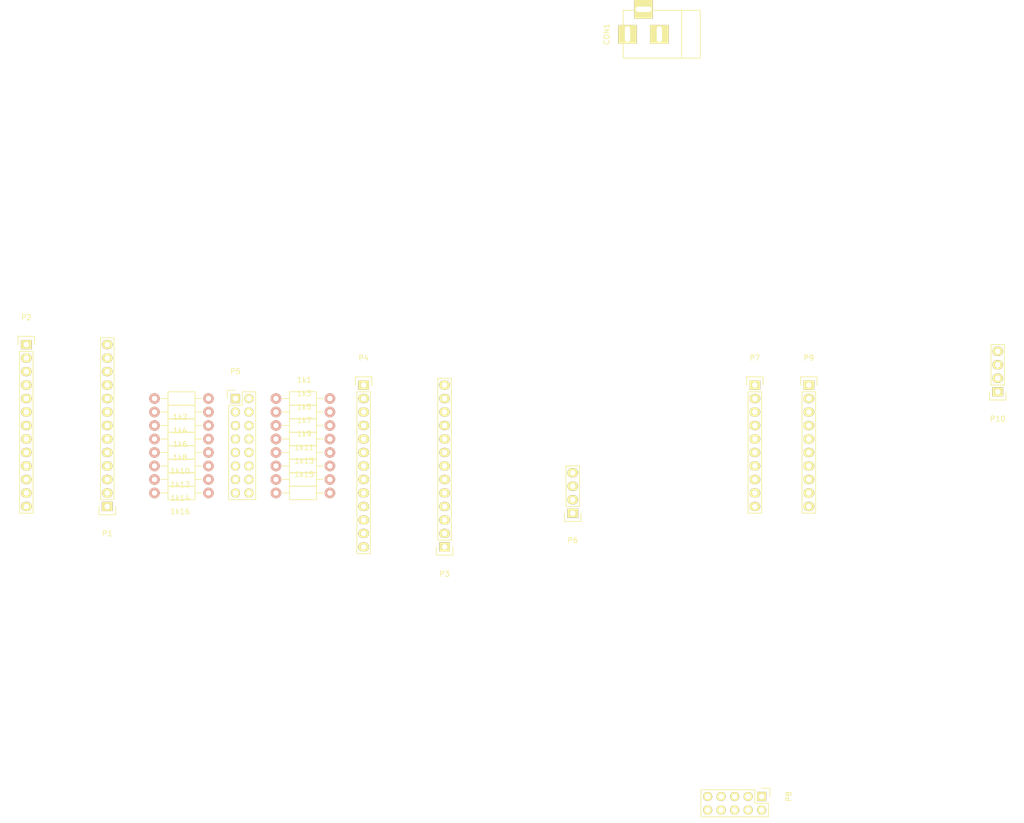
<source format=kicad_pcb>
(kicad_pcb (version 4) (host pcbnew 4.0.4-stable)

  (general
    (links 59)
    (no_connects 59)
    (area -67.263333 -0.29906 147.273334 182.705)
    (thickness 1.6)
    (drawings 0)
    (tracks 0)
    (zones 0)
    (modules 27)
    (nets 81)
  )

  (page A4)
  (layers
    (0 F.Cu signal)
    (31 B.Cu signal)
    (32 B.Adhes user)
    (33 F.Adhes user)
    (34 B.Paste user)
    (35 F.Paste user)
    (36 B.SilkS user)
    (37 F.SilkS user)
    (38 B.Mask user)
    (39 F.Mask user)
    (40 Dwgs.User user)
    (41 Cmts.User user)
    (42 Eco1.User user)
    (43 Eco2.User user)
    (44 Edge.Cuts user)
    (45 Margin user)
    (46 B.CrtYd user)
    (47 F.CrtYd user)
    (48 B.Fab user)
    (49 F.Fab user)
  )

  (setup
    (last_trace_width 0.25)
    (trace_clearance 0.2)
    (zone_clearance 0.508)
    (zone_45_only no)
    (trace_min 0.2)
    (segment_width 0.2)
    (edge_width 0.15)
    (via_size 0.6)
    (via_drill 0.4)
    (via_min_size 0.4)
    (via_min_drill 0.3)
    (uvia_size 0.3)
    (uvia_drill 0.1)
    (uvias_allowed no)
    (uvia_min_size 0.2)
    (uvia_min_drill 0.1)
    (pcb_text_width 0.3)
    (pcb_text_size 1.5 1.5)
    (mod_edge_width 0.15)
    (mod_text_size 1 1)
    (mod_text_width 0.15)
    (pad_size 1.524 1.524)
    (pad_drill 0.762)
    (pad_to_mask_clearance 0.2)
    (aux_axis_origin 0 0)
    (visible_elements FFFFFF7F)
    (pcbplotparams
      (layerselection 0x00030_80000001)
      (usegerberextensions false)
      (excludeedgelayer true)
      (linewidth 0.100000)
      (plotframeref false)
      (viasonmask false)
      (mode 1)
      (useauxorigin false)
      (hpglpennumber 1)
      (hpglpenspeed 20)
      (hpglpendiameter 15)
      (hpglpenoverlay 2)
      (psnegative false)
      (psa4output false)
      (plotreference true)
      (plotvalue true)
      (plotinvisibletext false)
      (padsonsilk false)
      (subtractmaskfromsilk false)
      (outputformat 1)
      (mirror false)
      (drillshape 1)
      (scaleselection 1)
      (outputdirectory ""))
  )

  (net 0 "")
  (net 1 "Net-(1k1-Pad1)")
  (net 2 C16)
  (net 3 "Net-(1k2-Pad1)")
  (net 4 C1)
  (net 5 "Net-(1k3-Pad1)")
  (net 6 C15)
  (net 7 "Net-(1k4-Pad1)")
  (net 8 C2)
  (net 9 "Net-(1k5-Pad1)")
  (net 10 C14)
  (net 11 "Net-(1k6-Pad1)")
  (net 12 C3)
  (net 13 "Net-(1k7-Pad1)")
  (net 14 C13)
  (net 15 "Net-(1k8-Pad1)")
  (net 16 C4)
  (net 17 "Net-(1k9-Pad1)")
  (net 18 C12)
  (net 19 "Net-(1k10-Pad1)")
  (net 20 C5)
  (net 21 "Net-(1k11-Pad1)")
  (net 22 C11)
  (net 23 "Net-(1k12-Pad1)")
  (net 24 C6)
  (net 25 "Net-(1k13-Pad1)")
  (net 26 C10)
  (net 27 "Net-(1k14-Pad1)")
  (net 28 C7)
  (net 29 "Net-(1k15-Pad1)")
  (net 30 C9)
  (net 31 "Net-(1k16-Pad1)")
  (net 32 C8)
  (net 33 VIN)
  (net 34 GND)
  (net 35 "Net-(CON1-Pad3)")
  (net 36 V33)
  (net 37 "Net-(P1-Pad11)")
  (net 38 "Net-(P1-Pad12)")
  (net 39 "Net-(P1-Pad13)")
  (net 40 SDA)
  (net 41 "Net-(P2-Pad5)")
  (net 42 "Net-(P2-Pad6)")
  (net 43 "Net-(P2-Pad7)")
  (net 44 "Net-(P2-Pad8)")
  (net 45 "Net-(P2-Pad9)")
  (net 46 "Net-(P2-Pad10)")
  (net 47 "Net-(P2-Pad11)")
  (net 48 "Net-(P2-Pad12)")
  (net 49 "Net-(P2-Pad13)")
  (net 50 "Net-(P3-Pad5)")
  (net 51 "Net-(P3-Pad6)")
  (net 52 "Net-(P3-Pad7)")
  (net 53 "Net-(P3-Pad8)")
  (net 54 "Net-(P3-Pad9)")
  (net 55 "Net-(P3-Pad10)")
  (net 56 "Net-(P3-Pad11)")
  (net 57 "Net-(P3-Pad12)")
  (net 58 "Net-(P3-Pad13)")
  (net 59 "Net-(P4-Pad11)")
  (net 60 "Net-(P4-Pad12)")
  (net 61 "Net-(P4-Pad13)")
  (net 62 "Net-(P4-Pad1)")
  (net 63 "Net-(P4-Pad10)")
  (net 64 TX)
  (net 65 RX)
  (net 66 "Net-(P7-Pad1)")
  (net 67 "Net-(P7-Pad2)")
  (net 68 "Net-(P7-Pad3)")
  (net 69 TimeData)
  (net 70 TimeSCK)
  (net 71 "Net-(P7-Pad6)")
  (net 72 SCK)
  (net 73 Reset)
  (net 74 RouteData)
  (net 75 RouteSCK)
  (net 76 "Net-(P9-Pad3)")
  (net 77 StopsData)
  (net 78 StopsSCK)
  (net 79 "Net-(P9-Pad8)")
  (net 80 "Net-(P9-Pad9)")

  (net_class Default "This is the default net class."
    (clearance 0.2)
    (trace_width 0.25)
    (via_dia 0.6)
    (via_drill 0.4)
    (uvia_dia 0.3)
    (uvia_drill 0.1)
    (add_net C1)
    (add_net C10)
    (add_net C11)
    (add_net C12)
    (add_net C13)
    (add_net C14)
    (add_net C15)
    (add_net C16)
    (add_net C2)
    (add_net C3)
    (add_net C4)
    (add_net C5)
    (add_net C6)
    (add_net C7)
    (add_net C8)
    (add_net C9)
    (add_net GND)
    (add_net "Net-(1k1-Pad1)")
    (add_net "Net-(1k10-Pad1)")
    (add_net "Net-(1k11-Pad1)")
    (add_net "Net-(1k12-Pad1)")
    (add_net "Net-(1k13-Pad1)")
    (add_net "Net-(1k14-Pad1)")
    (add_net "Net-(1k15-Pad1)")
    (add_net "Net-(1k16-Pad1)")
    (add_net "Net-(1k2-Pad1)")
    (add_net "Net-(1k3-Pad1)")
    (add_net "Net-(1k4-Pad1)")
    (add_net "Net-(1k5-Pad1)")
    (add_net "Net-(1k6-Pad1)")
    (add_net "Net-(1k7-Pad1)")
    (add_net "Net-(1k8-Pad1)")
    (add_net "Net-(1k9-Pad1)")
    (add_net "Net-(CON1-Pad3)")
    (add_net "Net-(P1-Pad11)")
    (add_net "Net-(P1-Pad12)")
    (add_net "Net-(P1-Pad13)")
    (add_net "Net-(P2-Pad10)")
    (add_net "Net-(P2-Pad11)")
    (add_net "Net-(P2-Pad12)")
    (add_net "Net-(P2-Pad13)")
    (add_net "Net-(P2-Pad5)")
    (add_net "Net-(P2-Pad6)")
    (add_net "Net-(P2-Pad7)")
    (add_net "Net-(P2-Pad8)")
    (add_net "Net-(P2-Pad9)")
    (add_net "Net-(P3-Pad10)")
    (add_net "Net-(P3-Pad11)")
    (add_net "Net-(P3-Pad12)")
    (add_net "Net-(P3-Pad13)")
    (add_net "Net-(P3-Pad5)")
    (add_net "Net-(P3-Pad6)")
    (add_net "Net-(P3-Pad7)")
    (add_net "Net-(P3-Pad8)")
    (add_net "Net-(P3-Pad9)")
    (add_net "Net-(P4-Pad1)")
    (add_net "Net-(P4-Pad10)")
    (add_net "Net-(P4-Pad11)")
    (add_net "Net-(P4-Pad12)")
    (add_net "Net-(P4-Pad13)")
    (add_net "Net-(P7-Pad1)")
    (add_net "Net-(P7-Pad2)")
    (add_net "Net-(P7-Pad3)")
    (add_net "Net-(P7-Pad6)")
    (add_net "Net-(P9-Pad3)")
    (add_net "Net-(P9-Pad8)")
    (add_net "Net-(P9-Pad9)")
    (add_net RX)
    (add_net Reset)
    (add_net RouteData)
    (add_net RouteSCK)
    (add_net SCK)
    (add_net SDA)
    (add_net StopsData)
    (add_net StopsSCK)
    (add_net TX)
    (add_net TimeData)
    (add_net TimeSCK)
    (add_net V33)
    (add_net VIN)
  )

  (module Connect:BARREL_JACK (layer F.Cu) (tedit 0) (tstamp 58092068)
    (at -45.72 6.35 180)
    (descr "DC Barrel Jack")
    (tags "Power Jack")
    (path /580951F3)
    (fp_text reference CON1 (at 10.09904 0 270) (layer F.SilkS)
      (effects (font (size 1 1) (thickness 0.15)))
    )
    (fp_text value BARREL_JACK (at 0 -5.99948 180) (layer F.Fab)
      (effects (font (size 1 1) (thickness 0.15)))
    )
    (fp_line (start -4.0005 -4.50088) (end -4.0005 4.50088) (layer F.SilkS) (width 0.15))
    (fp_line (start -7.50062 -4.50088) (end -7.50062 4.50088) (layer F.SilkS) (width 0.15))
    (fp_line (start -7.50062 4.50088) (end 7.00024 4.50088) (layer F.SilkS) (width 0.15))
    (fp_line (start 7.00024 4.50088) (end 7.00024 -4.50088) (layer F.SilkS) (width 0.15))
    (fp_line (start 7.00024 -4.50088) (end -7.50062 -4.50088) (layer F.SilkS) (width 0.15))
    (pad 1 thru_hole rect (at 6.20014 0 180) (size 3.50012 3.50012) (drill oval 1.00076 2.99974) (layers *.Cu *.Mask F.SilkS)
      (net 33 VIN))
    (pad 2 thru_hole rect (at 0.20066 0 180) (size 3.50012 3.50012) (drill oval 1.00076 2.99974) (layers *.Cu *.Mask F.SilkS)
      (net 34 GND))
    (pad 3 thru_hole rect (at 3.2004 4.699 180) (size 3.50012 3.50012) (drill oval 2.99974 1.00076) (layers *.Cu *.Mask F.SilkS)
      (net 35 "Net-(CON1-Pad3)"))
  )

  (module Resistors_ThroughHole:Resistor_Horizontal_RM10mm (layer F.Cu) (tedit 56648415) (tstamp 58091F95)
    (at -118.11 74.93)
    (descr "Resistor, Axial,  RM 10mm, 1/3W")
    (tags "Resistor Axial RM 10mm 1/3W")
    (path /58092D40)
    (fp_text reference 1k1 (at 5.32892 -3.50012) (layer F.SilkS)
      (effects (font (size 1 1) (thickness 0.15)))
    )
    (fp_text value R (at 5.08 3.81) (layer F.Fab)
      (effects (font (size 1 1) (thickness 0.15)))
    )
    (fp_line (start -1.25 -1.5) (end 11.4 -1.5) (layer F.CrtYd) (width 0.05))
    (fp_line (start -1.25 1.5) (end -1.25 -1.5) (layer F.CrtYd) (width 0.05))
    (fp_line (start 11.4 -1.5) (end 11.4 1.5) (layer F.CrtYd) (width 0.05))
    (fp_line (start -1.25 1.5) (end 11.4 1.5) (layer F.CrtYd) (width 0.05))
    (fp_line (start 2.54 -1.27) (end 7.62 -1.27) (layer F.SilkS) (width 0.15))
    (fp_line (start 7.62 -1.27) (end 7.62 1.27) (layer F.SilkS) (width 0.15))
    (fp_line (start 7.62 1.27) (end 2.54 1.27) (layer F.SilkS) (width 0.15))
    (fp_line (start 2.54 1.27) (end 2.54 -1.27) (layer F.SilkS) (width 0.15))
    (fp_line (start 2.54 0) (end 1.27 0) (layer F.SilkS) (width 0.15))
    (fp_line (start 7.62 0) (end 8.89 0) (layer F.SilkS) (width 0.15))
    (pad 1 thru_hole circle (at 0 0) (size 1.99898 1.99898) (drill 1.00076) (layers *.Cu *.SilkS *.Mask)
      (net 1 "Net-(1k1-Pad1)"))
    (pad 2 thru_hole circle (at 10.16 0) (size 1.99898 1.99898) (drill 1.00076) (layers *.Cu *.SilkS *.Mask)
      (net 2 C16))
    (model Resistors_ThroughHole.3dshapes/Resistor_Horizontal_RM10mm.wrl
      (at (xyz 0.2 0 0))
      (scale (xyz 0.4 0.4 0.4))
      (rotate (xyz 0 0 0))
    )
  )

  (module Resistors_ThroughHole:Resistor_Horizontal_RM10mm (layer F.Cu) (tedit 56648415) (tstamp 58091F9B)
    (at -130.81 74.93 180)
    (descr "Resistor, Axial,  RM 10mm, 1/3W")
    (tags "Resistor Axial RM 10mm 1/3W")
    (path /58090E9A)
    (fp_text reference 1k2 (at 5.32892 -3.50012 180) (layer F.SilkS)
      (effects (font (size 1 1) (thickness 0.15)))
    )
    (fp_text value R (at 5.08 3.81 180) (layer F.Fab)
      (effects (font (size 1 1) (thickness 0.15)))
    )
    (fp_line (start -1.25 -1.5) (end 11.4 -1.5) (layer F.CrtYd) (width 0.05))
    (fp_line (start -1.25 1.5) (end -1.25 -1.5) (layer F.CrtYd) (width 0.05))
    (fp_line (start 11.4 -1.5) (end 11.4 1.5) (layer F.CrtYd) (width 0.05))
    (fp_line (start -1.25 1.5) (end 11.4 1.5) (layer F.CrtYd) (width 0.05))
    (fp_line (start 2.54 -1.27) (end 7.62 -1.27) (layer F.SilkS) (width 0.15))
    (fp_line (start 7.62 -1.27) (end 7.62 1.27) (layer F.SilkS) (width 0.15))
    (fp_line (start 7.62 1.27) (end 2.54 1.27) (layer F.SilkS) (width 0.15))
    (fp_line (start 2.54 1.27) (end 2.54 -1.27) (layer F.SilkS) (width 0.15))
    (fp_line (start 2.54 0) (end 1.27 0) (layer F.SilkS) (width 0.15))
    (fp_line (start 7.62 0) (end 8.89 0) (layer F.SilkS) (width 0.15))
    (pad 1 thru_hole circle (at 0 0 180) (size 1.99898 1.99898) (drill 1.00076) (layers *.Cu *.SilkS *.Mask)
      (net 3 "Net-(1k2-Pad1)"))
    (pad 2 thru_hole circle (at 10.16 0 180) (size 1.99898 1.99898) (drill 1.00076) (layers *.Cu *.SilkS *.Mask)
      (net 4 C1))
    (model Resistors_ThroughHole.3dshapes/Resistor_Horizontal_RM10mm.wrl
      (at (xyz 0.2 0 0))
      (scale (xyz 0.4 0.4 0.4))
      (rotate (xyz 0 0 0))
    )
  )

  (module Resistors_ThroughHole:Resistor_Horizontal_RM10mm (layer F.Cu) (tedit 56648415) (tstamp 58091FA1)
    (at -118.11 77.47)
    (descr "Resistor, Axial,  RM 10mm, 1/3W")
    (tags "Resistor Axial RM 10mm 1/3W")
    (path /58092D3A)
    (fp_text reference 1k3 (at 5.32892 -3.50012) (layer F.SilkS)
      (effects (font (size 1 1) (thickness 0.15)))
    )
    (fp_text value R (at 5.08 3.81) (layer F.Fab)
      (effects (font (size 1 1) (thickness 0.15)))
    )
    (fp_line (start -1.25 -1.5) (end 11.4 -1.5) (layer F.CrtYd) (width 0.05))
    (fp_line (start -1.25 1.5) (end -1.25 -1.5) (layer F.CrtYd) (width 0.05))
    (fp_line (start 11.4 -1.5) (end 11.4 1.5) (layer F.CrtYd) (width 0.05))
    (fp_line (start -1.25 1.5) (end 11.4 1.5) (layer F.CrtYd) (width 0.05))
    (fp_line (start 2.54 -1.27) (end 7.62 -1.27) (layer F.SilkS) (width 0.15))
    (fp_line (start 7.62 -1.27) (end 7.62 1.27) (layer F.SilkS) (width 0.15))
    (fp_line (start 7.62 1.27) (end 2.54 1.27) (layer F.SilkS) (width 0.15))
    (fp_line (start 2.54 1.27) (end 2.54 -1.27) (layer F.SilkS) (width 0.15))
    (fp_line (start 2.54 0) (end 1.27 0) (layer F.SilkS) (width 0.15))
    (fp_line (start 7.62 0) (end 8.89 0) (layer F.SilkS) (width 0.15))
    (pad 1 thru_hole circle (at 0 0) (size 1.99898 1.99898) (drill 1.00076) (layers *.Cu *.SilkS *.Mask)
      (net 5 "Net-(1k3-Pad1)"))
    (pad 2 thru_hole circle (at 10.16 0) (size 1.99898 1.99898) (drill 1.00076) (layers *.Cu *.SilkS *.Mask)
      (net 6 C15))
    (model Resistors_ThroughHole.3dshapes/Resistor_Horizontal_RM10mm.wrl
      (at (xyz 0.2 0 0))
      (scale (xyz 0.4 0.4 0.4))
      (rotate (xyz 0 0 0))
    )
  )

  (module Resistors_ThroughHole:Resistor_Horizontal_RM10mm (layer F.Cu) (tedit 56648415) (tstamp 58091FA7)
    (at -130.81 77.47 180)
    (descr "Resistor, Axial,  RM 10mm, 1/3W")
    (tags "Resistor Axial RM 10mm 1/3W")
    (path /58092496)
    (fp_text reference 1k4 (at 5.32892 -3.50012 180) (layer F.SilkS)
      (effects (font (size 1 1) (thickness 0.15)))
    )
    (fp_text value R (at 5.08 3.81 180) (layer F.Fab)
      (effects (font (size 1 1) (thickness 0.15)))
    )
    (fp_line (start -1.25 -1.5) (end 11.4 -1.5) (layer F.CrtYd) (width 0.05))
    (fp_line (start -1.25 1.5) (end -1.25 -1.5) (layer F.CrtYd) (width 0.05))
    (fp_line (start 11.4 -1.5) (end 11.4 1.5) (layer F.CrtYd) (width 0.05))
    (fp_line (start -1.25 1.5) (end 11.4 1.5) (layer F.CrtYd) (width 0.05))
    (fp_line (start 2.54 -1.27) (end 7.62 -1.27) (layer F.SilkS) (width 0.15))
    (fp_line (start 7.62 -1.27) (end 7.62 1.27) (layer F.SilkS) (width 0.15))
    (fp_line (start 7.62 1.27) (end 2.54 1.27) (layer F.SilkS) (width 0.15))
    (fp_line (start 2.54 1.27) (end 2.54 -1.27) (layer F.SilkS) (width 0.15))
    (fp_line (start 2.54 0) (end 1.27 0) (layer F.SilkS) (width 0.15))
    (fp_line (start 7.62 0) (end 8.89 0) (layer F.SilkS) (width 0.15))
    (pad 1 thru_hole circle (at 0 0 180) (size 1.99898 1.99898) (drill 1.00076) (layers *.Cu *.SilkS *.Mask)
      (net 7 "Net-(1k4-Pad1)"))
    (pad 2 thru_hole circle (at 10.16 0 180) (size 1.99898 1.99898) (drill 1.00076) (layers *.Cu *.SilkS *.Mask)
      (net 8 C2))
    (model Resistors_ThroughHole.3dshapes/Resistor_Horizontal_RM10mm.wrl
      (at (xyz 0.2 0 0))
      (scale (xyz 0.4 0.4 0.4))
      (rotate (xyz 0 0 0))
    )
  )

  (module Resistors_ThroughHole:Resistor_Horizontal_RM10mm (layer F.Cu) (tedit 56648415) (tstamp 58091FAD)
    (at -118.11 80.01)
    (descr "Resistor, Axial,  RM 10mm, 1/3W")
    (tags "Resistor Axial RM 10mm 1/3W")
    (path /58092D34)
    (fp_text reference 1k5 (at 5.32892 -3.50012) (layer F.SilkS)
      (effects (font (size 1 1) (thickness 0.15)))
    )
    (fp_text value R (at 5.08 3.81) (layer F.Fab)
      (effects (font (size 1 1) (thickness 0.15)))
    )
    (fp_line (start -1.25 -1.5) (end 11.4 -1.5) (layer F.CrtYd) (width 0.05))
    (fp_line (start -1.25 1.5) (end -1.25 -1.5) (layer F.CrtYd) (width 0.05))
    (fp_line (start 11.4 -1.5) (end 11.4 1.5) (layer F.CrtYd) (width 0.05))
    (fp_line (start -1.25 1.5) (end 11.4 1.5) (layer F.CrtYd) (width 0.05))
    (fp_line (start 2.54 -1.27) (end 7.62 -1.27) (layer F.SilkS) (width 0.15))
    (fp_line (start 7.62 -1.27) (end 7.62 1.27) (layer F.SilkS) (width 0.15))
    (fp_line (start 7.62 1.27) (end 2.54 1.27) (layer F.SilkS) (width 0.15))
    (fp_line (start 2.54 1.27) (end 2.54 -1.27) (layer F.SilkS) (width 0.15))
    (fp_line (start 2.54 0) (end 1.27 0) (layer F.SilkS) (width 0.15))
    (fp_line (start 7.62 0) (end 8.89 0) (layer F.SilkS) (width 0.15))
    (pad 1 thru_hole circle (at 0 0) (size 1.99898 1.99898) (drill 1.00076) (layers *.Cu *.SilkS *.Mask)
      (net 9 "Net-(1k5-Pad1)"))
    (pad 2 thru_hole circle (at 10.16 0) (size 1.99898 1.99898) (drill 1.00076) (layers *.Cu *.SilkS *.Mask)
      (net 10 C14))
    (model Resistors_ThroughHole.3dshapes/Resistor_Horizontal_RM10mm.wrl
      (at (xyz 0.2 0 0))
      (scale (xyz 0.4 0.4 0.4))
      (rotate (xyz 0 0 0))
    )
  )

  (module Resistors_ThroughHole:Resistor_Horizontal_RM10mm (layer F.Cu) (tedit 56648415) (tstamp 58091FB3)
    (at -130.81 80.01 180)
    (descr "Resistor, Axial,  RM 10mm, 1/3W")
    (tags "Resistor Axial RM 10mm 1/3W")
    (path /580924CE)
    (fp_text reference 1k6 (at 5.32892 -3.50012 180) (layer F.SilkS)
      (effects (font (size 1 1) (thickness 0.15)))
    )
    (fp_text value R (at 5.08 3.81 180) (layer F.Fab)
      (effects (font (size 1 1) (thickness 0.15)))
    )
    (fp_line (start -1.25 -1.5) (end 11.4 -1.5) (layer F.CrtYd) (width 0.05))
    (fp_line (start -1.25 1.5) (end -1.25 -1.5) (layer F.CrtYd) (width 0.05))
    (fp_line (start 11.4 -1.5) (end 11.4 1.5) (layer F.CrtYd) (width 0.05))
    (fp_line (start -1.25 1.5) (end 11.4 1.5) (layer F.CrtYd) (width 0.05))
    (fp_line (start 2.54 -1.27) (end 7.62 -1.27) (layer F.SilkS) (width 0.15))
    (fp_line (start 7.62 -1.27) (end 7.62 1.27) (layer F.SilkS) (width 0.15))
    (fp_line (start 7.62 1.27) (end 2.54 1.27) (layer F.SilkS) (width 0.15))
    (fp_line (start 2.54 1.27) (end 2.54 -1.27) (layer F.SilkS) (width 0.15))
    (fp_line (start 2.54 0) (end 1.27 0) (layer F.SilkS) (width 0.15))
    (fp_line (start 7.62 0) (end 8.89 0) (layer F.SilkS) (width 0.15))
    (pad 1 thru_hole circle (at 0 0 180) (size 1.99898 1.99898) (drill 1.00076) (layers *.Cu *.SilkS *.Mask)
      (net 11 "Net-(1k6-Pad1)"))
    (pad 2 thru_hole circle (at 10.16 0 180) (size 1.99898 1.99898) (drill 1.00076) (layers *.Cu *.SilkS *.Mask)
      (net 12 C3))
    (model Resistors_ThroughHole.3dshapes/Resistor_Horizontal_RM10mm.wrl
      (at (xyz 0.2 0 0))
      (scale (xyz 0.4 0.4 0.4))
      (rotate (xyz 0 0 0))
    )
  )

  (module Resistors_ThroughHole:Resistor_Horizontal_RM10mm (layer F.Cu) (tedit 56648415) (tstamp 58091FB9)
    (at -118.11 82.55)
    (descr "Resistor, Axial,  RM 10mm, 1/3W")
    (tags "Resistor Axial RM 10mm 1/3W")
    (path /58092D2E)
    (fp_text reference 1k7 (at 5.32892 -3.50012) (layer F.SilkS)
      (effects (font (size 1 1) (thickness 0.15)))
    )
    (fp_text value R (at 5.08 3.81) (layer F.Fab)
      (effects (font (size 1 1) (thickness 0.15)))
    )
    (fp_line (start -1.25 -1.5) (end 11.4 -1.5) (layer F.CrtYd) (width 0.05))
    (fp_line (start -1.25 1.5) (end -1.25 -1.5) (layer F.CrtYd) (width 0.05))
    (fp_line (start 11.4 -1.5) (end 11.4 1.5) (layer F.CrtYd) (width 0.05))
    (fp_line (start -1.25 1.5) (end 11.4 1.5) (layer F.CrtYd) (width 0.05))
    (fp_line (start 2.54 -1.27) (end 7.62 -1.27) (layer F.SilkS) (width 0.15))
    (fp_line (start 7.62 -1.27) (end 7.62 1.27) (layer F.SilkS) (width 0.15))
    (fp_line (start 7.62 1.27) (end 2.54 1.27) (layer F.SilkS) (width 0.15))
    (fp_line (start 2.54 1.27) (end 2.54 -1.27) (layer F.SilkS) (width 0.15))
    (fp_line (start 2.54 0) (end 1.27 0) (layer F.SilkS) (width 0.15))
    (fp_line (start 7.62 0) (end 8.89 0) (layer F.SilkS) (width 0.15))
    (pad 1 thru_hole circle (at 0 0) (size 1.99898 1.99898) (drill 1.00076) (layers *.Cu *.SilkS *.Mask)
      (net 13 "Net-(1k7-Pad1)"))
    (pad 2 thru_hole circle (at 10.16 0) (size 1.99898 1.99898) (drill 1.00076) (layers *.Cu *.SilkS *.Mask)
      (net 14 C13))
    (model Resistors_ThroughHole.3dshapes/Resistor_Horizontal_RM10mm.wrl
      (at (xyz 0.2 0 0))
      (scale (xyz 0.4 0.4 0.4))
      (rotate (xyz 0 0 0))
    )
  )

  (module Resistors_ThroughHole:Resistor_Horizontal_RM10mm (layer F.Cu) (tedit 56648415) (tstamp 58091FBF)
    (at -130.81 82.55 180)
    (descr "Resistor, Axial,  RM 10mm, 1/3W")
    (tags "Resistor Axial RM 10mm 1/3W")
    (path /58092503)
    (fp_text reference 1k8 (at 5.32892 -3.50012 180) (layer F.SilkS)
      (effects (font (size 1 1) (thickness 0.15)))
    )
    (fp_text value R (at 5.08 3.81 180) (layer F.Fab)
      (effects (font (size 1 1) (thickness 0.15)))
    )
    (fp_line (start -1.25 -1.5) (end 11.4 -1.5) (layer F.CrtYd) (width 0.05))
    (fp_line (start -1.25 1.5) (end -1.25 -1.5) (layer F.CrtYd) (width 0.05))
    (fp_line (start 11.4 -1.5) (end 11.4 1.5) (layer F.CrtYd) (width 0.05))
    (fp_line (start -1.25 1.5) (end 11.4 1.5) (layer F.CrtYd) (width 0.05))
    (fp_line (start 2.54 -1.27) (end 7.62 -1.27) (layer F.SilkS) (width 0.15))
    (fp_line (start 7.62 -1.27) (end 7.62 1.27) (layer F.SilkS) (width 0.15))
    (fp_line (start 7.62 1.27) (end 2.54 1.27) (layer F.SilkS) (width 0.15))
    (fp_line (start 2.54 1.27) (end 2.54 -1.27) (layer F.SilkS) (width 0.15))
    (fp_line (start 2.54 0) (end 1.27 0) (layer F.SilkS) (width 0.15))
    (fp_line (start 7.62 0) (end 8.89 0) (layer F.SilkS) (width 0.15))
    (pad 1 thru_hole circle (at 0 0 180) (size 1.99898 1.99898) (drill 1.00076) (layers *.Cu *.SilkS *.Mask)
      (net 15 "Net-(1k8-Pad1)"))
    (pad 2 thru_hole circle (at 10.16 0 180) (size 1.99898 1.99898) (drill 1.00076) (layers *.Cu *.SilkS *.Mask)
      (net 16 C4))
    (model Resistors_ThroughHole.3dshapes/Resistor_Horizontal_RM10mm.wrl
      (at (xyz 0.2 0 0))
      (scale (xyz 0.4 0.4 0.4))
      (rotate (xyz 0 0 0))
    )
  )

  (module Resistors_ThroughHole:Resistor_Horizontal_RM10mm (layer F.Cu) (tedit 56648415) (tstamp 58091FC5)
    (at -118.11 85.09)
    (descr "Resistor, Axial,  RM 10mm, 1/3W")
    (tags "Resistor Axial RM 10mm 1/3W")
    (path /58092D28)
    (fp_text reference 1k9 (at 5.32892 -3.50012) (layer F.SilkS)
      (effects (font (size 1 1) (thickness 0.15)))
    )
    (fp_text value R (at 5.08 3.81) (layer F.Fab)
      (effects (font (size 1 1) (thickness 0.15)))
    )
    (fp_line (start -1.25 -1.5) (end 11.4 -1.5) (layer F.CrtYd) (width 0.05))
    (fp_line (start -1.25 1.5) (end -1.25 -1.5) (layer F.CrtYd) (width 0.05))
    (fp_line (start 11.4 -1.5) (end 11.4 1.5) (layer F.CrtYd) (width 0.05))
    (fp_line (start -1.25 1.5) (end 11.4 1.5) (layer F.CrtYd) (width 0.05))
    (fp_line (start 2.54 -1.27) (end 7.62 -1.27) (layer F.SilkS) (width 0.15))
    (fp_line (start 7.62 -1.27) (end 7.62 1.27) (layer F.SilkS) (width 0.15))
    (fp_line (start 7.62 1.27) (end 2.54 1.27) (layer F.SilkS) (width 0.15))
    (fp_line (start 2.54 1.27) (end 2.54 -1.27) (layer F.SilkS) (width 0.15))
    (fp_line (start 2.54 0) (end 1.27 0) (layer F.SilkS) (width 0.15))
    (fp_line (start 7.62 0) (end 8.89 0) (layer F.SilkS) (width 0.15))
    (pad 1 thru_hole circle (at 0 0) (size 1.99898 1.99898) (drill 1.00076) (layers *.Cu *.SilkS *.Mask)
      (net 17 "Net-(1k9-Pad1)"))
    (pad 2 thru_hole circle (at 10.16 0) (size 1.99898 1.99898) (drill 1.00076) (layers *.Cu *.SilkS *.Mask)
      (net 18 C12))
    (model Resistors_ThroughHole.3dshapes/Resistor_Horizontal_RM10mm.wrl
      (at (xyz 0.2 0 0))
      (scale (xyz 0.4 0.4 0.4))
      (rotate (xyz 0 0 0))
    )
  )

  (module Resistors_ThroughHole:Resistor_Horizontal_RM10mm (layer F.Cu) (tedit 56648415) (tstamp 58091FCB)
    (at -130.81 85.09 180)
    (descr "Resistor, Axial,  RM 10mm, 1/3W")
    (tags "Resistor Axial RM 10mm 1/3W")
    (path /5809253B)
    (fp_text reference 1k10 (at 5.32892 -3.50012 180) (layer F.SilkS)
      (effects (font (size 1 1) (thickness 0.15)))
    )
    (fp_text value R (at 5.08 3.81 180) (layer F.Fab)
      (effects (font (size 1 1) (thickness 0.15)))
    )
    (fp_line (start -1.25 -1.5) (end 11.4 -1.5) (layer F.CrtYd) (width 0.05))
    (fp_line (start -1.25 1.5) (end -1.25 -1.5) (layer F.CrtYd) (width 0.05))
    (fp_line (start 11.4 -1.5) (end 11.4 1.5) (layer F.CrtYd) (width 0.05))
    (fp_line (start -1.25 1.5) (end 11.4 1.5) (layer F.CrtYd) (width 0.05))
    (fp_line (start 2.54 -1.27) (end 7.62 -1.27) (layer F.SilkS) (width 0.15))
    (fp_line (start 7.62 -1.27) (end 7.62 1.27) (layer F.SilkS) (width 0.15))
    (fp_line (start 7.62 1.27) (end 2.54 1.27) (layer F.SilkS) (width 0.15))
    (fp_line (start 2.54 1.27) (end 2.54 -1.27) (layer F.SilkS) (width 0.15))
    (fp_line (start 2.54 0) (end 1.27 0) (layer F.SilkS) (width 0.15))
    (fp_line (start 7.62 0) (end 8.89 0) (layer F.SilkS) (width 0.15))
    (pad 1 thru_hole circle (at 0 0 180) (size 1.99898 1.99898) (drill 1.00076) (layers *.Cu *.SilkS *.Mask)
      (net 19 "Net-(1k10-Pad1)"))
    (pad 2 thru_hole circle (at 10.16 0 180) (size 1.99898 1.99898) (drill 1.00076) (layers *.Cu *.SilkS *.Mask)
      (net 20 C5))
    (model Resistors_ThroughHole.3dshapes/Resistor_Horizontal_RM10mm.wrl
      (at (xyz 0.2 0 0))
      (scale (xyz 0.4 0.4 0.4))
      (rotate (xyz 0 0 0))
    )
  )

  (module Resistors_ThroughHole:Resistor_Horizontal_RM10mm (layer F.Cu) (tedit 56648415) (tstamp 58091FD1)
    (at -118.11 87.63)
    (descr "Resistor, Axial,  RM 10mm, 1/3W")
    (tags "Resistor Axial RM 10mm 1/3W")
    (path /58092D22)
    (fp_text reference 1k11 (at 5.32892 -3.50012) (layer F.SilkS)
      (effects (font (size 1 1) (thickness 0.15)))
    )
    (fp_text value R (at 5.08 3.81) (layer F.Fab)
      (effects (font (size 1 1) (thickness 0.15)))
    )
    (fp_line (start -1.25 -1.5) (end 11.4 -1.5) (layer F.CrtYd) (width 0.05))
    (fp_line (start -1.25 1.5) (end -1.25 -1.5) (layer F.CrtYd) (width 0.05))
    (fp_line (start 11.4 -1.5) (end 11.4 1.5) (layer F.CrtYd) (width 0.05))
    (fp_line (start -1.25 1.5) (end 11.4 1.5) (layer F.CrtYd) (width 0.05))
    (fp_line (start 2.54 -1.27) (end 7.62 -1.27) (layer F.SilkS) (width 0.15))
    (fp_line (start 7.62 -1.27) (end 7.62 1.27) (layer F.SilkS) (width 0.15))
    (fp_line (start 7.62 1.27) (end 2.54 1.27) (layer F.SilkS) (width 0.15))
    (fp_line (start 2.54 1.27) (end 2.54 -1.27) (layer F.SilkS) (width 0.15))
    (fp_line (start 2.54 0) (end 1.27 0) (layer F.SilkS) (width 0.15))
    (fp_line (start 7.62 0) (end 8.89 0) (layer F.SilkS) (width 0.15))
    (pad 1 thru_hole circle (at 0 0) (size 1.99898 1.99898) (drill 1.00076) (layers *.Cu *.SilkS *.Mask)
      (net 21 "Net-(1k11-Pad1)"))
    (pad 2 thru_hole circle (at 10.16 0) (size 1.99898 1.99898) (drill 1.00076) (layers *.Cu *.SilkS *.Mask)
      (net 22 C11))
    (model Resistors_ThroughHole.3dshapes/Resistor_Horizontal_RM10mm.wrl
      (at (xyz 0.2 0 0))
      (scale (xyz 0.4 0.4 0.4))
      (rotate (xyz 0 0 0))
    )
  )

  (module Resistors_ThroughHole:Resistor_Horizontal_RM10mm (layer F.Cu) (tedit 56648415) (tstamp 58091FD7)
    (at -130.81 87.63 180)
    (descr "Resistor, Axial,  RM 10mm, 1/3W")
    (tags "Resistor Axial RM 10mm 1/3W")
    (path /58092576)
    (fp_text reference 1k12 (at 5.32892 -3.50012 180) (layer F.SilkS)
      (effects (font (size 1 1) (thickness 0.15)))
    )
    (fp_text value R (at 5.08 3.81 180) (layer F.Fab)
      (effects (font (size 1 1) (thickness 0.15)))
    )
    (fp_line (start -1.25 -1.5) (end 11.4 -1.5) (layer F.CrtYd) (width 0.05))
    (fp_line (start -1.25 1.5) (end -1.25 -1.5) (layer F.CrtYd) (width 0.05))
    (fp_line (start 11.4 -1.5) (end 11.4 1.5) (layer F.CrtYd) (width 0.05))
    (fp_line (start -1.25 1.5) (end 11.4 1.5) (layer F.CrtYd) (width 0.05))
    (fp_line (start 2.54 -1.27) (end 7.62 -1.27) (layer F.SilkS) (width 0.15))
    (fp_line (start 7.62 -1.27) (end 7.62 1.27) (layer F.SilkS) (width 0.15))
    (fp_line (start 7.62 1.27) (end 2.54 1.27) (layer F.SilkS) (width 0.15))
    (fp_line (start 2.54 1.27) (end 2.54 -1.27) (layer F.SilkS) (width 0.15))
    (fp_line (start 2.54 0) (end 1.27 0) (layer F.SilkS) (width 0.15))
    (fp_line (start 7.62 0) (end 8.89 0) (layer F.SilkS) (width 0.15))
    (pad 1 thru_hole circle (at 0 0 180) (size 1.99898 1.99898) (drill 1.00076) (layers *.Cu *.SilkS *.Mask)
      (net 23 "Net-(1k12-Pad1)"))
    (pad 2 thru_hole circle (at 10.16 0 180) (size 1.99898 1.99898) (drill 1.00076) (layers *.Cu *.SilkS *.Mask)
      (net 24 C6))
    (model Resistors_ThroughHole.3dshapes/Resistor_Horizontal_RM10mm.wrl
      (at (xyz 0.2 0 0))
      (scale (xyz 0.4 0.4 0.4))
      (rotate (xyz 0 0 0))
    )
  )

  (module Resistors_ThroughHole:Resistor_Horizontal_RM10mm (layer F.Cu) (tedit 56648415) (tstamp 58091FDD)
    (at -118.11 90.17)
    (descr "Resistor, Axial,  RM 10mm, 1/3W")
    (tags "Resistor Axial RM 10mm 1/3W")
    (path /58092D1C)
    (fp_text reference 1k13 (at 5.32892 -3.50012) (layer F.SilkS)
      (effects (font (size 1 1) (thickness 0.15)))
    )
    (fp_text value R (at 5.08 3.81) (layer F.Fab)
      (effects (font (size 1 1) (thickness 0.15)))
    )
    (fp_line (start -1.25 -1.5) (end 11.4 -1.5) (layer F.CrtYd) (width 0.05))
    (fp_line (start -1.25 1.5) (end -1.25 -1.5) (layer F.CrtYd) (width 0.05))
    (fp_line (start 11.4 -1.5) (end 11.4 1.5) (layer F.CrtYd) (width 0.05))
    (fp_line (start -1.25 1.5) (end 11.4 1.5) (layer F.CrtYd) (width 0.05))
    (fp_line (start 2.54 -1.27) (end 7.62 -1.27) (layer F.SilkS) (width 0.15))
    (fp_line (start 7.62 -1.27) (end 7.62 1.27) (layer F.SilkS) (width 0.15))
    (fp_line (start 7.62 1.27) (end 2.54 1.27) (layer F.SilkS) (width 0.15))
    (fp_line (start 2.54 1.27) (end 2.54 -1.27) (layer F.SilkS) (width 0.15))
    (fp_line (start 2.54 0) (end 1.27 0) (layer F.SilkS) (width 0.15))
    (fp_line (start 7.62 0) (end 8.89 0) (layer F.SilkS) (width 0.15))
    (pad 1 thru_hole circle (at 0 0) (size 1.99898 1.99898) (drill 1.00076) (layers *.Cu *.SilkS *.Mask)
      (net 25 "Net-(1k13-Pad1)"))
    (pad 2 thru_hole circle (at 10.16 0) (size 1.99898 1.99898) (drill 1.00076) (layers *.Cu *.SilkS *.Mask)
      (net 26 C10))
    (model Resistors_ThroughHole.3dshapes/Resistor_Horizontal_RM10mm.wrl
      (at (xyz 0.2 0 0))
      (scale (xyz 0.4 0.4 0.4))
      (rotate (xyz 0 0 0))
    )
  )

  (module Resistors_ThroughHole:Resistor_Horizontal_RM10mm (layer F.Cu) (tedit 56648415) (tstamp 58091FE3)
    (at -130.81 90.17 180)
    (descr "Resistor, Axial,  RM 10mm, 1/3W")
    (tags "Resistor Axial RM 10mm 1/3W")
    (path /580925B4)
    (fp_text reference 1k14 (at 5.32892 -3.50012 180) (layer F.SilkS)
      (effects (font (size 1 1) (thickness 0.15)))
    )
    (fp_text value R (at 5.08 3.81 180) (layer F.Fab)
      (effects (font (size 1 1) (thickness 0.15)))
    )
    (fp_line (start -1.25 -1.5) (end 11.4 -1.5) (layer F.CrtYd) (width 0.05))
    (fp_line (start -1.25 1.5) (end -1.25 -1.5) (layer F.CrtYd) (width 0.05))
    (fp_line (start 11.4 -1.5) (end 11.4 1.5) (layer F.CrtYd) (width 0.05))
    (fp_line (start -1.25 1.5) (end 11.4 1.5) (layer F.CrtYd) (width 0.05))
    (fp_line (start 2.54 -1.27) (end 7.62 -1.27) (layer F.SilkS) (width 0.15))
    (fp_line (start 7.62 -1.27) (end 7.62 1.27) (layer F.SilkS) (width 0.15))
    (fp_line (start 7.62 1.27) (end 2.54 1.27) (layer F.SilkS) (width 0.15))
    (fp_line (start 2.54 1.27) (end 2.54 -1.27) (layer F.SilkS) (width 0.15))
    (fp_line (start 2.54 0) (end 1.27 0) (layer F.SilkS) (width 0.15))
    (fp_line (start 7.62 0) (end 8.89 0) (layer F.SilkS) (width 0.15))
    (pad 1 thru_hole circle (at 0 0 180) (size 1.99898 1.99898) (drill 1.00076) (layers *.Cu *.SilkS *.Mask)
      (net 27 "Net-(1k14-Pad1)"))
    (pad 2 thru_hole circle (at 10.16 0 180) (size 1.99898 1.99898) (drill 1.00076) (layers *.Cu *.SilkS *.Mask)
      (net 28 C7))
    (model Resistors_ThroughHole.3dshapes/Resistor_Horizontal_RM10mm.wrl
      (at (xyz 0.2 0 0))
      (scale (xyz 0.4 0.4 0.4))
      (rotate (xyz 0 0 0))
    )
  )

  (module Resistors_ThroughHole:Resistor_Horizontal_RM10mm (layer F.Cu) (tedit 56648415) (tstamp 58091FE9)
    (at -118.11 92.71)
    (descr "Resistor, Axial,  RM 10mm, 1/3W")
    (tags "Resistor Axial RM 10mm 1/3W")
    (path /58092D0E)
    (fp_text reference 1k15 (at 5.32892 -3.50012) (layer F.SilkS)
      (effects (font (size 1 1) (thickness 0.15)))
    )
    (fp_text value R (at 5.08 3.81) (layer F.Fab)
      (effects (font (size 1 1) (thickness 0.15)))
    )
    (fp_line (start -1.25 -1.5) (end 11.4 -1.5) (layer F.CrtYd) (width 0.05))
    (fp_line (start -1.25 1.5) (end -1.25 -1.5) (layer F.CrtYd) (width 0.05))
    (fp_line (start 11.4 -1.5) (end 11.4 1.5) (layer F.CrtYd) (width 0.05))
    (fp_line (start -1.25 1.5) (end 11.4 1.5) (layer F.CrtYd) (width 0.05))
    (fp_line (start 2.54 -1.27) (end 7.62 -1.27) (layer F.SilkS) (width 0.15))
    (fp_line (start 7.62 -1.27) (end 7.62 1.27) (layer F.SilkS) (width 0.15))
    (fp_line (start 7.62 1.27) (end 2.54 1.27) (layer F.SilkS) (width 0.15))
    (fp_line (start 2.54 1.27) (end 2.54 -1.27) (layer F.SilkS) (width 0.15))
    (fp_line (start 2.54 0) (end 1.27 0) (layer F.SilkS) (width 0.15))
    (fp_line (start 7.62 0) (end 8.89 0) (layer F.SilkS) (width 0.15))
    (pad 1 thru_hole circle (at 0 0) (size 1.99898 1.99898) (drill 1.00076) (layers *.Cu *.SilkS *.Mask)
      (net 29 "Net-(1k15-Pad1)"))
    (pad 2 thru_hole circle (at 10.16 0) (size 1.99898 1.99898) (drill 1.00076) (layers *.Cu *.SilkS *.Mask)
      (net 30 C9))
    (model Resistors_ThroughHole.3dshapes/Resistor_Horizontal_RM10mm.wrl
      (at (xyz 0.2 0 0))
      (scale (xyz 0.4 0.4 0.4))
      (rotate (xyz 0 0 0))
    )
  )

  (module Resistors_ThroughHole:Resistor_Horizontal_RM10mm (layer F.Cu) (tedit 56648415) (tstamp 58091FEF)
    (at -130.81 92.71 180)
    (descr "Resistor, Axial,  RM 10mm, 1/3W")
    (tags "Resistor Axial RM 10mm 1/3W")
    (path /580925F5)
    (fp_text reference 1k16 (at 5.32892 -3.50012 180) (layer F.SilkS)
      (effects (font (size 1 1) (thickness 0.15)))
    )
    (fp_text value R (at 5.08 3.81 180) (layer F.Fab)
      (effects (font (size 1 1) (thickness 0.15)))
    )
    (fp_line (start -1.25 -1.5) (end 11.4 -1.5) (layer F.CrtYd) (width 0.05))
    (fp_line (start -1.25 1.5) (end -1.25 -1.5) (layer F.CrtYd) (width 0.05))
    (fp_line (start 11.4 -1.5) (end 11.4 1.5) (layer F.CrtYd) (width 0.05))
    (fp_line (start -1.25 1.5) (end 11.4 1.5) (layer F.CrtYd) (width 0.05))
    (fp_line (start 2.54 -1.27) (end 7.62 -1.27) (layer F.SilkS) (width 0.15))
    (fp_line (start 7.62 -1.27) (end 7.62 1.27) (layer F.SilkS) (width 0.15))
    (fp_line (start 7.62 1.27) (end 2.54 1.27) (layer F.SilkS) (width 0.15))
    (fp_line (start 2.54 1.27) (end 2.54 -1.27) (layer F.SilkS) (width 0.15))
    (fp_line (start 2.54 0) (end 1.27 0) (layer F.SilkS) (width 0.15))
    (fp_line (start 7.62 0) (end 8.89 0) (layer F.SilkS) (width 0.15))
    (pad 1 thru_hole circle (at 0 0 180) (size 1.99898 1.99898) (drill 1.00076) (layers *.Cu *.SilkS *.Mask)
      (net 31 "Net-(1k16-Pad1)"))
    (pad 2 thru_hole circle (at 10.16 0 180) (size 1.99898 1.99898) (drill 1.00076) (layers *.Cu *.SilkS *.Mask)
      (net 32 C8))
    (model Resistors_ThroughHole.3dshapes/Resistor_Horizontal_RM10mm.wrl
      (at (xyz 0.2 0 0))
      (scale (xyz 0.4 0.4 0.4))
      (rotate (xyz 0 0 0))
    )
  )

  (module Pin_Headers:Pin_Header_Straight_1x13 (layer F.Cu) (tedit 0) (tstamp 5809200C)
    (at -149.86 95.25 180)
    (descr "Through hole pin header")
    (tags "pin header")
    (path /5808F4F0)
    (fp_text reference P1 (at 0 -5.1 180) (layer F.SilkS)
      (effects (font (size 1 1) (thickness 0.15)))
    )
    (fp_text value CONN_01X13 (at 0 -3.1 180) (layer F.Fab)
      (effects (font (size 1 1) (thickness 0.15)))
    )
    (fp_line (start -1.75 -1.75) (end -1.75 32.25) (layer F.CrtYd) (width 0.05))
    (fp_line (start 1.75 -1.75) (end 1.75 32.25) (layer F.CrtYd) (width 0.05))
    (fp_line (start -1.75 -1.75) (end 1.75 -1.75) (layer F.CrtYd) (width 0.05))
    (fp_line (start -1.75 32.25) (end 1.75 32.25) (layer F.CrtYd) (width 0.05))
    (fp_line (start -1.27 1.27) (end -1.27 31.75) (layer F.SilkS) (width 0.15))
    (fp_line (start -1.27 31.75) (end 1.27 31.75) (layer F.SilkS) (width 0.15))
    (fp_line (start 1.27 31.75) (end 1.27 1.27) (layer F.SilkS) (width 0.15))
    (fp_line (start 1.55 -1.55) (end 1.55 0) (layer F.SilkS) (width 0.15))
    (fp_line (start 1.27 1.27) (end -1.27 1.27) (layer F.SilkS) (width 0.15))
    (fp_line (start -1.55 0) (end -1.55 -1.55) (layer F.SilkS) (width 0.15))
    (fp_line (start -1.55 -1.55) (end 1.55 -1.55) (layer F.SilkS) (width 0.15))
    (pad 1 thru_hole rect (at 0 0 180) (size 2.032 1.7272) (drill 1.016) (layers *.Cu *.Mask F.SilkS)
      (net 36 V33))
    (pad 2 thru_hole oval (at 0 2.54 180) (size 2.032 1.7272) (drill 1.016) (layers *.Cu *.Mask F.SilkS)
      (net 32 C8))
    (pad 3 thru_hole oval (at 0 5.08 180) (size 2.032 1.7272) (drill 1.016) (layers *.Cu *.Mask F.SilkS)
      (net 28 C7))
    (pad 4 thru_hole oval (at 0 7.62 180) (size 2.032 1.7272) (drill 1.016) (layers *.Cu *.Mask F.SilkS)
      (net 24 C6))
    (pad 5 thru_hole oval (at 0 10.16 180) (size 2.032 1.7272) (drill 1.016) (layers *.Cu *.Mask F.SilkS)
      (net 20 C5))
    (pad 6 thru_hole oval (at 0 12.7 180) (size 2.032 1.7272) (drill 1.016) (layers *.Cu *.Mask F.SilkS)
      (net 16 C4))
    (pad 7 thru_hole oval (at 0 15.24 180) (size 2.032 1.7272) (drill 1.016) (layers *.Cu *.Mask F.SilkS)
      (net 12 C3))
    (pad 8 thru_hole oval (at 0 17.78 180) (size 2.032 1.7272) (drill 1.016) (layers *.Cu *.Mask F.SilkS)
      (net 8 C2))
    (pad 9 thru_hole oval (at 0 20.32 180) (size 2.032 1.7272) (drill 1.016) (layers *.Cu *.Mask F.SilkS)
      (net 4 C1))
    (pad 10 thru_hole oval (at 0 22.86 180) (size 2.032 1.7272) (drill 1.016) (layers *.Cu *.Mask F.SilkS)
      (net 36 V33))
    (pad 11 thru_hole oval (at 0 25.4 180) (size 2.032 1.7272) (drill 1.016) (layers *.Cu *.Mask F.SilkS)
      (net 37 "Net-(P1-Pad11)"))
    (pad 12 thru_hole oval (at 0 27.94 180) (size 2.032 1.7272) (drill 1.016) (layers *.Cu *.Mask F.SilkS)
      (net 38 "Net-(P1-Pad12)"))
    (pad 13 thru_hole oval (at 0 30.48 180) (size 2.032 1.7272) (drill 1.016) (layers *.Cu *.Mask F.SilkS)
      (net 39 "Net-(P1-Pad13)"))
    (model Pin_Headers.3dshapes/Pin_Header_Straight_1x13.wrl
      (at (xyz 0 -0.6 0))
      (scale (xyz 1 1 1))
      (rotate (xyz 0 0 90))
    )
  )

  (module Pin_Headers:Pin_Header_Straight_1x13 (layer F.Cu) (tedit 0) (tstamp 5809201D)
    (at -165.1 64.77)
    (descr "Through hole pin header")
    (tags "pin header")
    (path /5808F539)
    (fp_text reference P2 (at 0 -5.1) (layer F.SilkS)
      (effects (font (size 1 1) (thickness 0.15)))
    )
    (fp_text value CONN_01X13 (at 0 -3.1) (layer F.Fab)
      (effects (font (size 1 1) (thickness 0.15)))
    )
    (fp_line (start -1.75 -1.75) (end -1.75 32.25) (layer F.CrtYd) (width 0.05))
    (fp_line (start 1.75 -1.75) (end 1.75 32.25) (layer F.CrtYd) (width 0.05))
    (fp_line (start -1.75 -1.75) (end 1.75 -1.75) (layer F.CrtYd) (width 0.05))
    (fp_line (start -1.75 32.25) (end 1.75 32.25) (layer F.CrtYd) (width 0.05))
    (fp_line (start -1.27 1.27) (end -1.27 31.75) (layer F.SilkS) (width 0.15))
    (fp_line (start -1.27 31.75) (end 1.27 31.75) (layer F.SilkS) (width 0.15))
    (fp_line (start 1.27 31.75) (end 1.27 1.27) (layer F.SilkS) (width 0.15))
    (fp_line (start 1.55 -1.55) (end 1.55 0) (layer F.SilkS) (width 0.15))
    (fp_line (start 1.27 1.27) (end -1.27 1.27) (layer F.SilkS) (width 0.15))
    (fp_line (start -1.55 0) (end -1.55 -1.55) (layer F.SilkS) (width 0.15))
    (fp_line (start -1.55 -1.55) (end 1.55 -1.55) (layer F.SilkS) (width 0.15))
    (pad 1 thru_hole rect (at 0 0) (size 2.032 1.7272) (drill 1.016) (layers *.Cu *.Mask F.SilkS)
      (net 40 SDA))
    (pad 2 thru_hole oval (at 0 2.54) (size 2.032 1.7272) (drill 1.016) (layers *.Cu *.Mask F.SilkS)
      (net 72 SCK))
    (pad 3 thru_hole oval (at 0 5.08) (size 2.032 1.7272) (drill 1.016) (layers *.Cu *.Mask F.SilkS)
      (net 33 VIN))
    (pad 4 thru_hole oval (at 0 7.62) (size 2.032 1.7272) (drill 1.016) (layers *.Cu *.Mask F.SilkS)
      (net 34 GND))
    (pad 5 thru_hole oval (at 0 10.16) (size 2.032 1.7272) (drill 1.016) (layers *.Cu *.Mask F.SilkS)
      (net 41 "Net-(P2-Pad5)"))
    (pad 6 thru_hole oval (at 0 12.7) (size 2.032 1.7272) (drill 1.016) (layers *.Cu *.Mask F.SilkS)
      (net 42 "Net-(P2-Pad6)"))
    (pad 7 thru_hole oval (at 0 15.24) (size 2.032 1.7272) (drill 1.016) (layers *.Cu *.Mask F.SilkS)
      (net 43 "Net-(P2-Pad7)"))
    (pad 8 thru_hole oval (at 0 17.78) (size 2.032 1.7272) (drill 1.016) (layers *.Cu *.Mask F.SilkS)
      (net 44 "Net-(P2-Pad8)"))
    (pad 9 thru_hole oval (at 0 20.32) (size 2.032 1.7272) (drill 1.016) (layers *.Cu *.Mask F.SilkS)
      (net 45 "Net-(P2-Pad9)"))
    (pad 10 thru_hole oval (at 0 22.86) (size 2.032 1.7272) (drill 1.016) (layers *.Cu *.Mask F.SilkS)
      (net 46 "Net-(P2-Pad10)"))
    (pad 11 thru_hole oval (at 0 25.4) (size 2.032 1.7272) (drill 1.016) (layers *.Cu *.Mask F.SilkS)
      (net 47 "Net-(P2-Pad11)"))
    (pad 12 thru_hole oval (at 0 27.94) (size 2.032 1.7272) (drill 1.016) (layers *.Cu *.Mask F.SilkS)
      (net 48 "Net-(P2-Pad12)"))
    (pad 13 thru_hole oval (at 0 30.48) (size 2.032 1.7272) (drill 1.016) (layers *.Cu *.Mask F.SilkS)
      (net 49 "Net-(P2-Pad13)"))
    (model Pin_Headers.3dshapes/Pin_Header_Straight_1x13.wrl
      (at (xyz 0 -0.6 0))
      (scale (xyz 1 1 1))
      (rotate (xyz 0 0 90))
    )
  )

  (module Pin_Headers:Pin_Header_Straight_1x13 (layer F.Cu) (tedit 0) (tstamp 5809202E)
    (at -86.36 102.87 180)
    (descr "Through hole pin header")
    (tags "pin header")
    (path /5809201E)
    (fp_text reference P3 (at 0 -5.1 180) (layer F.SilkS)
      (effects (font (size 1 1) (thickness 0.15)))
    )
    (fp_text value CONN_01X13 (at 0 -3.1 180) (layer F.Fab)
      (effects (font (size 1 1) (thickness 0.15)))
    )
    (fp_line (start -1.75 -1.75) (end -1.75 32.25) (layer F.CrtYd) (width 0.05))
    (fp_line (start 1.75 -1.75) (end 1.75 32.25) (layer F.CrtYd) (width 0.05))
    (fp_line (start -1.75 -1.75) (end 1.75 -1.75) (layer F.CrtYd) (width 0.05))
    (fp_line (start -1.75 32.25) (end 1.75 32.25) (layer F.CrtYd) (width 0.05))
    (fp_line (start -1.27 1.27) (end -1.27 31.75) (layer F.SilkS) (width 0.15))
    (fp_line (start -1.27 31.75) (end 1.27 31.75) (layer F.SilkS) (width 0.15))
    (fp_line (start 1.27 31.75) (end 1.27 1.27) (layer F.SilkS) (width 0.15))
    (fp_line (start 1.55 -1.55) (end 1.55 0) (layer F.SilkS) (width 0.15))
    (fp_line (start 1.27 1.27) (end -1.27 1.27) (layer F.SilkS) (width 0.15))
    (fp_line (start -1.55 0) (end -1.55 -1.55) (layer F.SilkS) (width 0.15))
    (fp_line (start -1.55 -1.55) (end 1.55 -1.55) (layer F.SilkS) (width 0.15))
    (pad 1 thru_hole rect (at 0 0 180) (size 2.032 1.7272) (drill 1.016) (layers *.Cu *.Mask F.SilkS)
      (net 40 SDA))
    (pad 2 thru_hole oval (at 0 2.54 180) (size 2.032 1.7272) (drill 1.016) (layers *.Cu *.Mask F.SilkS)
      (net 72 SCK))
    (pad 3 thru_hole oval (at 0 5.08 180) (size 2.032 1.7272) (drill 1.016) (layers *.Cu *.Mask F.SilkS)
      (net 33 VIN))
    (pad 4 thru_hole oval (at 0 7.62 180) (size 2.032 1.7272) (drill 1.016) (layers *.Cu *.Mask F.SilkS)
      (net 34 GND))
    (pad 5 thru_hole oval (at 0 10.16 180) (size 2.032 1.7272) (drill 1.016) (layers *.Cu *.Mask F.SilkS)
      (net 50 "Net-(P3-Pad5)"))
    (pad 6 thru_hole oval (at 0 12.7 180) (size 2.032 1.7272) (drill 1.016) (layers *.Cu *.Mask F.SilkS)
      (net 51 "Net-(P3-Pad6)"))
    (pad 7 thru_hole oval (at 0 15.24 180) (size 2.032 1.7272) (drill 1.016) (layers *.Cu *.Mask F.SilkS)
      (net 52 "Net-(P3-Pad7)"))
    (pad 8 thru_hole oval (at 0 17.78 180) (size 2.032 1.7272) (drill 1.016) (layers *.Cu *.Mask F.SilkS)
      (net 53 "Net-(P3-Pad8)"))
    (pad 9 thru_hole oval (at 0 20.32 180) (size 2.032 1.7272) (drill 1.016) (layers *.Cu *.Mask F.SilkS)
      (net 54 "Net-(P3-Pad9)"))
    (pad 10 thru_hole oval (at 0 22.86 180) (size 2.032 1.7272) (drill 1.016) (layers *.Cu *.Mask F.SilkS)
      (net 55 "Net-(P3-Pad10)"))
    (pad 11 thru_hole oval (at 0 25.4 180) (size 2.032 1.7272) (drill 1.016) (layers *.Cu *.Mask F.SilkS)
      (net 56 "Net-(P3-Pad11)"))
    (pad 12 thru_hole oval (at 0 27.94 180) (size 2.032 1.7272) (drill 1.016) (layers *.Cu *.Mask F.SilkS)
      (net 57 "Net-(P3-Pad12)"))
    (pad 13 thru_hole oval (at 0 30.48 180) (size 2.032 1.7272) (drill 1.016) (layers *.Cu *.Mask F.SilkS)
      (net 58 "Net-(P3-Pad13)"))
    (model Pin_Headers.3dshapes/Pin_Header_Straight_1x13.wrl
      (at (xyz 0 -0.6 0))
      (scale (xyz 1 1 1))
      (rotate (xyz 0 0 90))
    )
  )

  (module Pin_Headers:Pin_Header_Straight_1x13 (layer F.Cu) (tedit 0) (tstamp 5809203F)
    (at -101.6 72.39)
    (descr "Through hole pin header")
    (tags "pin header")
    (path /58092018)
    (fp_text reference P4 (at 0 -5.1) (layer F.SilkS)
      (effects (font (size 1 1) (thickness 0.15)))
    )
    (fp_text value CONN_01X13 (at 0 -3.1) (layer F.Fab)
      (effects (font (size 1 1) (thickness 0.15)))
    )
    (fp_line (start -1.75 -1.75) (end -1.75 32.25) (layer F.CrtYd) (width 0.05))
    (fp_line (start 1.75 -1.75) (end 1.75 32.25) (layer F.CrtYd) (width 0.05))
    (fp_line (start -1.75 -1.75) (end 1.75 -1.75) (layer F.CrtYd) (width 0.05))
    (fp_line (start -1.75 32.25) (end 1.75 32.25) (layer F.CrtYd) (width 0.05))
    (fp_line (start -1.27 1.27) (end -1.27 31.75) (layer F.SilkS) (width 0.15))
    (fp_line (start -1.27 31.75) (end 1.27 31.75) (layer F.SilkS) (width 0.15))
    (fp_line (start 1.27 31.75) (end 1.27 1.27) (layer F.SilkS) (width 0.15))
    (fp_line (start 1.55 -1.55) (end 1.55 0) (layer F.SilkS) (width 0.15))
    (fp_line (start 1.27 1.27) (end -1.27 1.27) (layer F.SilkS) (width 0.15))
    (fp_line (start -1.55 0) (end -1.55 -1.55) (layer F.SilkS) (width 0.15))
    (fp_line (start -1.55 -1.55) (end 1.55 -1.55) (layer F.SilkS) (width 0.15))
    (pad 1 thru_hole rect (at 0 0) (size 2.032 1.7272) (drill 1.016) (layers *.Cu *.Mask F.SilkS)
      (net 62 "Net-(P4-Pad1)"))
    (pad 2 thru_hole oval (at 0 2.54) (size 2.032 1.7272) (drill 1.016) (layers *.Cu *.Mask F.SilkS)
      (net 2 C16))
    (pad 3 thru_hole oval (at 0 5.08) (size 2.032 1.7272) (drill 1.016) (layers *.Cu *.Mask F.SilkS)
      (net 6 C15))
    (pad 4 thru_hole oval (at 0 7.62) (size 2.032 1.7272) (drill 1.016) (layers *.Cu *.Mask F.SilkS)
      (net 10 C14))
    (pad 5 thru_hole oval (at 0 10.16) (size 2.032 1.7272) (drill 1.016) (layers *.Cu *.Mask F.SilkS)
      (net 14 C13))
    (pad 6 thru_hole oval (at 0 12.7) (size 2.032 1.7272) (drill 1.016) (layers *.Cu *.Mask F.SilkS)
      (net 18 C12))
    (pad 7 thru_hole oval (at 0 15.24) (size 2.032 1.7272) (drill 1.016) (layers *.Cu *.Mask F.SilkS)
      (net 22 C11))
    (pad 8 thru_hole oval (at 0 17.78) (size 2.032 1.7272) (drill 1.016) (layers *.Cu *.Mask F.SilkS)
      (net 26 C10))
    (pad 9 thru_hole oval (at 0 20.32) (size 2.032 1.7272) (drill 1.016) (layers *.Cu *.Mask F.SilkS)
      (net 30 C9))
    (pad 10 thru_hole oval (at 0 22.86) (size 2.032 1.7272) (drill 1.016) (layers *.Cu *.Mask F.SilkS)
      (net 63 "Net-(P4-Pad10)"))
    (pad 11 thru_hole oval (at 0 25.4) (size 2.032 1.7272) (drill 1.016) (layers *.Cu *.Mask F.SilkS)
      (net 59 "Net-(P4-Pad11)"))
    (pad 12 thru_hole oval (at 0 27.94) (size 2.032 1.7272) (drill 1.016) (layers *.Cu *.Mask F.SilkS)
      (net 60 "Net-(P4-Pad12)"))
    (pad 13 thru_hole oval (at 0 30.48) (size 2.032 1.7272) (drill 1.016) (layers *.Cu *.Mask F.SilkS)
      (net 61 "Net-(P4-Pad13)"))
    (model Pin_Headers.3dshapes/Pin_Header_Straight_1x13.wrl
      (at (xyz 0 -0.6 0))
      (scale (xyz 1 1 1))
      (rotate (xyz 0 0 90))
    )
  )

  (module Pin_Headers:Pin_Header_Straight_1x04 (layer F.Cu) (tedit 0) (tstamp 5809205F)
    (at -62.23 96.52 180)
    (descr "Through hole pin header")
    (tags "pin header")
    (path /580983F9)
    (fp_text reference P6 (at 0 -5.1 180) (layer F.SilkS)
      (effects (font (size 1 1) (thickness 0.15)))
    )
    (fp_text value CONN_01X02 (at 0 -3.1 180) (layer F.Fab)
      (effects (font (size 1 1) (thickness 0.15)))
    )
    (fp_line (start -1.75 -1.75) (end -1.75 9.4) (layer F.CrtYd) (width 0.05))
    (fp_line (start 1.75 -1.75) (end 1.75 9.4) (layer F.CrtYd) (width 0.05))
    (fp_line (start -1.75 -1.75) (end 1.75 -1.75) (layer F.CrtYd) (width 0.05))
    (fp_line (start -1.75 9.4) (end 1.75 9.4) (layer F.CrtYd) (width 0.05))
    (fp_line (start -1.27 1.27) (end -1.27 8.89) (layer F.SilkS) (width 0.15))
    (fp_line (start 1.27 1.27) (end 1.27 8.89) (layer F.SilkS) (width 0.15))
    (fp_line (start 1.55 -1.55) (end 1.55 0) (layer F.SilkS) (width 0.15))
    (fp_line (start -1.27 8.89) (end 1.27 8.89) (layer F.SilkS) (width 0.15))
    (fp_line (start 1.27 1.27) (end -1.27 1.27) (layer F.SilkS) (width 0.15))
    (fp_line (start -1.55 0) (end -1.55 -1.55) (layer F.SilkS) (width 0.15))
    (fp_line (start -1.55 -1.55) (end 1.55 -1.55) (layer F.SilkS) (width 0.15))
    (pad 1 thru_hole rect (at 0 0 180) (size 2.032 1.7272) (drill 1.016) (layers *.Cu *.Mask F.SilkS)
      (net 64 TX))
    (pad 2 thru_hole oval (at 0 2.54 180) (size 2.032 1.7272) (drill 1.016) (layers *.Cu *.Mask F.SilkS)
      (net 65 RX))
    (pad 3 thru_hole oval (at 0 5.08 180) (size 2.032 1.7272) (drill 1.016) (layers *.Cu *.Mask F.SilkS))
    (pad 4 thru_hole oval (at 0 7.62 180) (size 2.032 1.7272) (drill 1.016) (layers *.Cu *.Mask F.SilkS))
    (model Pin_Headers.3dshapes/Pin_Header_Straight_1x04.wrl
      (at (xyz 0 -0.15 0))
      (scale (xyz 1 1 1))
      (rotate (xyz 0 0 90))
    )
  )

  (module Pin_Headers:Pin_Header_Straight_1x10 (layer F.Cu) (tedit 0) (tstamp 58092A9E)
    (at -27.94 72.39)
    (descr "Through hole pin header")
    (tags "pin header")
    (path /58097E5A)
    (fp_text reference P7 (at 0 -5.1) (layer F.SilkS)
      (effects (font (size 1 1) (thickness 0.15)))
    )
    (fp_text value CONN_01X10 (at 0 -3.1) (layer F.Fab)
      (effects (font (size 1 1) (thickness 0.15)))
    )
    (fp_line (start -1.75 -1.75) (end -1.75 24.65) (layer F.CrtYd) (width 0.05))
    (fp_line (start 1.75 -1.75) (end 1.75 24.65) (layer F.CrtYd) (width 0.05))
    (fp_line (start -1.75 -1.75) (end 1.75 -1.75) (layer F.CrtYd) (width 0.05))
    (fp_line (start -1.75 24.65) (end 1.75 24.65) (layer F.CrtYd) (width 0.05))
    (fp_line (start 1.27 1.27) (end 1.27 24.13) (layer F.SilkS) (width 0.15))
    (fp_line (start 1.27 24.13) (end -1.27 24.13) (layer F.SilkS) (width 0.15))
    (fp_line (start -1.27 24.13) (end -1.27 1.27) (layer F.SilkS) (width 0.15))
    (fp_line (start 1.55 -1.55) (end 1.55 0) (layer F.SilkS) (width 0.15))
    (fp_line (start 1.27 1.27) (end -1.27 1.27) (layer F.SilkS) (width 0.15))
    (fp_line (start -1.55 0) (end -1.55 -1.55) (layer F.SilkS) (width 0.15))
    (fp_line (start -1.55 -1.55) (end 1.55 -1.55) (layer F.SilkS) (width 0.15))
    (pad 1 thru_hole rect (at 0 0) (size 2.032 1.7272) (drill 1.016) (layers *.Cu *.Mask F.SilkS)
      (net 66 "Net-(P7-Pad1)"))
    (pad 2 thru_hole oval (at 0 2.54) (size 2.032 1.7272) (drill 1.016) (layers *.Cu *.Mask F.SilkS)
      (net 67 "Net-(P7-Pad2)"))
    (pad 3 thru_hole oval (at 0 5.08) (size 2.032 1.7272) (drill 1.016) (layers *.Cu *.Mask F.SilkS)
      (net 68 "Net-(P7-Pad3)"))
    (pad 4 thru_hole oval (at 0 7.62) (size 2.032 1.7272) (drill 1.016) (layers *.Cu *.Mask F.SilkS)
      (net 69 TimeData))
    (pad 5 thru_hole oval (at 0 10.16) (size 2.032 1.7272) (drill 1.016) (layers *.Cu *.Mask F.SilkS)
      (net 70 TimeSCK))
    (pad 6 thru_hole oval (at 0 12.7) (size 2.032 1.7272) (drill 1.016) (layers *.Cu *.Mask F.SilkS)
      (net 71 "Net-(P7-Pad6)"))
    (pad 7 thru_hole oval (at 0 15.24) (size 2.032 1.7272) (drill 1.016) (layers *.Cu *.Mask F.SilkS)
      (net 40 SDA))
    (pad 8 thru_hole oval (at 0 17.78) (size 2.032 1.7272) (drill 1.016) (layers *.Cu *.Mask F.SilkS)
      (net 72 SCK))
    (pad 9 thru_hole oval (at 0 20.32) (size 2.032 1.7272) (drill 1.016) (layers *.Cu *.Mask F.SilkS)
      (net 65 RX))
    (pad 10 thru_hole oval (at 0 22.86) (size 2.032 1.7272) (drill 1.016) (layers *.Cu *.Mask F.SilkS)
      (net 64 TX))
    (model Pin_Headers.3dshapes/Pin_Header_Straight_1x10.wrl
      (at (xyz 0 -0.45 0))
      (scale (xyz 1 1 1))
      (rotate (xyz 0 0 90))
    )
  )

  (module Pin_Headers:Pin_Header_Straight_2x05 (layer F.Cu) (tedit 0) (tstamp 58092AAC)
    (at -26.67 149.86 270)
    (descr "Through hole pin header")
    (tags "pin header")
    (path /580985C3)
    (fp_text reference P8 (at 0 -5.1 270) (layer F.SilkS)
      (effects (font (size 1 1) (thickness 0.15)))
    )
    (fp_text value CONN_02X05 (at 0 -3.1 270) (layer F.Fab)
      (effects (font (size 1 1) (thickness 0.15)))
    )
    (fp_line (start -1.75 -1.75) (end -1.75 11.95) (layer F.CrtYd) (width 0.05))
    (fp_line (start 4.3 -1.75) (end 4.3 11.95) (layer F.CrtYd) (width 0.05))
    (fp_line (start -1.75 -1.75) (end 4.3 -1.75) (layer F.CrtYd) (width 0.05))
    (fp_line (start -1.75 11.95) (end 4.3 11.95) (layer F.CrtYd) (width 0.05))
    (fp_line (start 3.81 -1.27) (end 3.81 11.43) (layer F.SilkS) (width 0.15))
    (fp_line (start 3.81 11.43) (end -1.27 11.43) (layer F.SilkS) (width 0.15))
    (fp_line (start -1.27 11.43) (end -1.27 1.27) (layer F.SilkS) (width 0.15))
    (fp_line (start 3.81 -1.27) (end 1.27 -1.27) (layer F.SilkS) (width 0.15))
    (fp_line (start 0 -1.55) (end -1.55 -1.55) (layer F.SilkS) (width 0.15))
    (fp_line (start 1.27 -1.27) (end 1.27 1.27) (layer F.SilkS) (width 0.15))
    (fp_line (start 1.27 1.27) (end -1.27 1.27) (layer F.SilkS) (width 0.15))
    (fp_line (start -1.55 -1.55) (end -1.55 0) (layer F.SilkS) (width 0.15))
    (pad 1 thru_hole rect (at 0 0 270) (size 1.7272 1.7272) (drill 1.016) (layers *.Cu *.Mask F.SilkS)
      (net 73 Reset))
    (pad 2 thru_hole oval (at 2.54 0 270) (size 1.7272 1.7272) (drill 1.016) (layers *.Cu *.Mask F.SilkS)
      (net 34 GND))
    (pad 3 thru_hole oval (at 0 2.54 270) (size 1.7272 1.7272) (drill 1.016) (layers *.Cu *.Mask F.SilkS)
      (net 34 GND))
    (pad 4 thru_hole oval (at 2.54 2.54 270) (size 1.7272 1.7272) (drill 1.016) (layers *.Cu *.Mask F.SilkS)
      (net 34 GND))
    (pad 5 thru_hole oval (at 0 5.08 270) (size 1.7272 1.7272) (drill 1.016) (layers *.Cu *.Mask F.SilkS)
      (net 69 TimeData))
    (pad 6 thru_hole oval (at 2.54 5.08 270) (size 1.7272 1.7272) (drill 1.016) (layers *.Cu *.Mask F.SilkS)
      (net 74 RouteData))
    (pad 7 thru_hole oval (at 0 7.62 270) (size 1.7272 1.7272) (drill 1.016) (layers *.Cu *.Mask F.SilkS)
      (net 70 TimeSCK))
    (pad 8 thru_hole oval (at 2.54 7.62 270) (size 1.7272 1.7272) (drill 1.016) (layers *.Cu *.Mask F.SilkS)
      (net 75 RouteSCK))
    (pad 9 thru_hole oval (at 0 10.16 270) (size 1.7272 1.7272) (drill 1.016) (layers *.Cu *.Mask F.SilkS)
      (net 33 VIN))
    (pad 10 thru_hole oval (at 2.54 10.16 270) (size 1.7272 1.7272) (drill 1.016) (layers *.Cu *.Mask F.SilkS)
      (net 33 VIN))
    (model Pin_Headers.3dshapes/Pin_Header_Straight_2x05.wrl
      (at (xyz 0.05 -0.2 0))
      (scale (xyz 1 1 1))
      (rotate (xyz 0 0 90))
    )
  )

  (module Pin_Headers:Pin_Header_Straight_1x10 (layer F.Cu) (tedit 0) (tstamp 58092ABA)
    (at -17.78 72.39)
    (descr "Through hole pin header")
    (tags "pin header")
    (path /58098112)
    (fp_text reference P9 (at 0 -5.1) (layer F.SilkS)
      (effects (font (size 1 1) (thickness 0.15)))
    )
    (fp_text value CONN_01X10 (at 0 -3.1) (layer F.Fab)
      (effects (font (size 1 1) (thickness 0.15)))
    )
    (fp_line (start -1.75 -1.75) (end -1.75 24.65) (layer F.CrtYd) (width 0.05))
    (fp_line (start 1.75 -1.75) (end 1.75 24.65) (layer F.CrtYd) (width 0.05))
    (fp_line (start -1.75 -1.75) (end 1.75 -1.75) (layer F.CrtYd) (width 0.05))
    (fp_line (start -1.75 24.65) (end 1.75 24.65) (layer F.CrtYd) (width 0.05))
    (fp_line (start 1.27 1.27) (end 1.27 24.13) (layer F.SilkS) (width 0.15))
    (fp_line (start 1.27 24.13) (end -1.27 24.13) (layer F.SilkS) (width 0.15))
    (fp_line (start -1.27 24.13) (end -1.27 1.27) (layer F.SilkS) (width 0.15))
    (fp_line (start 1.55 -1.55) (end 1.55 0) (layer F.SilkS) (width 0.15))
    (fp_line (start 1.27 1.27) (end -1.27 1.27) (layer F.SilkS) (width 0.15))
    (fp_line (start -1.55 0) (end -1.55 -1.55) (layer F.SilkS) (width 0.15))
    (fp_line (start -1.55 -1.55) (end 1.55 -1.55) (layer F.SilkS) (width 0.15))
    (pad 1 thru_hole rect (at 0 0) (size 2.032 1.7272) (drill 1.016) (layers *.Cu *.Mask F.SilkS)
      (net 34 GND))
    (pad 2 thru_hole oval (at 0 2.54) (size 2.032 1.7272) (drill 1.016) (layers *.Cu *.Mask F.SilkS)
      (net 33 VIN))
    (pad 3 thru_hole oval (at 0 5.08) (size 2.032 1.7272) (drill 1.016) (layers *.Cu *.Mask F.SilkS)
      (net 76 "Net-(P9-Pad3)"))
    (pad 4 thru_hole oval (at 0 7.62) (size 2.032 1.7272) (drill 1.016) (layers *.Cu *.Mask F.SilkS)
      (net 77 StopsData))
    (pad 5 thru_hole oval (at 0 10.16) (size 2.032 1.7272) (drill 1.016) (layers *.Cu *.Mask F.SilkS)
      (net 78 StopsSCK))
    (pad 6 thru_hole oval (at 0 12.7) (size 2.032 1.7272) (drill 1.016) (layers *.Cu *.Mask F.SilkS)
      (net 75 RouteSCK))
    (pad 7 thru_hole oval (at 0 15.24) (size 2.032 1.7272) (drill 1.016) (layers *.Cu *.Mask F.SilkS)
      (net 74 RouteData))
    (pad 8 thru_hole oval (at 0 17.78) (size 2.032 1.7272) (drill 1.016) (layers *.Cu *.Mask F.SilkS)
      (net 79 "Net-(P9-Pad8)"))
    (pad 9 thru_hole oval (at 0 20.32) (size 2.032 1.7272) (drill 1.016) (layers *.Cu *.Mask F.SilkS)
      (net 80 "Net-(P9-Pad9)"))
    (pad 10 thru_hole oval (at 0 22.86) (size 2.032 1.7272) (drill 1.016) (layers *.Cu *.Mask F.SilkS)
      (net 73 Reset))
    (model Pin_Headers.3dshapes/Pin_Header_Straight_1x10.wrl
      (at (xyz 0 -0.45 0))
      (scale (xyz 1 1 1))
      (rotate (xyz 0 0 90))
    )
  )

  (module Pin_Headers:Pin_Header_Straight_1x04 (layer F.Cu) (tedit 0) (tstamp 58092AC2)
    (at 17.78 73.66 180)
    (descr "Through hole pin header")
    (tags "pin header")
    (path /5809D178)
    (fp_text reference P10 (at 0 -5.1 180) (layer F.SilkS)
      (effects (font (size 1 1) (thickness 0.15)))
    )
    (fp_text value CONN_01X04 (at 0 -3.1 180) (layer F.Fab)
      (effects (font (size 1 1) (thickness 0.15)))
    )
    (fp_line (start -1.75 -1.75) (end -1.75 9.4) (layer F.CrtYd) (width 0.05))
    (fp_line (start 1.75 -1.75) (end 1.75 9.4) (layer F.CrtYd) (width 0.05))
    (fp_line (start -1.75 -1.75) (end 1.75 -1.75) (layer F.CrtYd) (width 0.05))
    (fp_line (start -1.75 9.4) (end 1.75 9.4) (layer F.CrtYd) (width 0.05))
    (fp_line (start -1.27 1.27) (end -1.27 8.89) (layer F.SilkS) (width 0.15))
    (fp_line (start 1.27 1.27) (end 1.27 8.89) (layer F.SilkS) (width 0.15))
    (fp_line (start 1.55 -1.55) (end 1.55 0) (layer F.SilkS) (width 0.15))
    (fp_line (start -1.27 8.89) (end 1.27 8.89) (layer F.SilkS) (width 0.15))
    (fp_line (start 1.27 1.27) (end -1.27 1.27) (layer F.SilkS) (width 0.15))
    (fp_line (start -1.55 0) (end -1.55 -1.55) (layer F.SilkS) (width 0.15))
    (fp_line (start -1.55 -1.55) (end 1.55 -1.55) (layer F.SilkS) (width 0.15))
    (pad 1 thru_hole rect (at 0 0 180) (size 2.032 1.7272) (drill 1.016) (layers *.Cu *.Mask F.SilkS)
      (net 33 VIN))
    (pad 2 thru_hole oval (at 0 2.54 180) (size 2.032 1.7272) (drill 1.016) (layers *.Cu *.Mask F.SilkS)
      (net 78 StopsSCK))
    (pad 3 thru_hole oval (at 0 5.08 180) (size 2.032 1.7272) (drill 1.016) (layers *.Cu *.Mask F.SilkS)
      (net 77 StopsData))
    (pad 4 thru_hole oval (at 0 7.62 180) (size 2.032 1.7272) (drill 1.016) (layers *.Cu *.Mask F.SilkS)
      (net 34 GND))
    (model Pin_Headers.3dshapes/Pin_Header_Straight_1x04.wrl
      (at (xyz 0 -0.15 0))
      (scale (xyz 1 1 1))
      (rotate (xyz 0 0 90))
    )
  )

  (module Pin_Headers:Pin_Header_Straight_2x08 (layer F.Cu) (tedit 0) (tstamp 58092057)
    (at -125.73 74.93)
    (descr "Through hole pin header")
    (tags "pin header")
    (path /5808F5AD)
    (fp_text reference P5 (at 0 -5.1) (layer F.SilkS)
      (effects (font (size 1 1) (thickness 0.15)))
    )
    (fp_text value CONN_02X08 (at 0 -3.1) (layer F.Fab)
      (effects (font (size 1 1) (thickness 0.15)))
    )
    (fp_line (start -1.75 -1.75) (end -1.75 19.55) (layer F.CrtYd) (width 0.05))
    (fp_line (start 4.3 -1.75) (end 4.3 19.55) (layer F.CrtYd) (width 0.05))
    (fp_line (start -1.75 -1.75) (end 4.3 -1.75) (layer F.CrtYd) (width 0.05))
    (fp_line (start -1.75 19.55) (end 4.3 19.55) (layer F.CrtYd) (width 0.05))
    (fp_line (start 3.81 19.05) (end 3.81 -1.27) (layer F.SilkS) (width 0.15))
    (fp_line (start -1.27 1.27) (end -1.27 19.05) (layer F.SilkS) (width 0.15))
    (fp_line (start 3.81 19.05) (end -1.27 19.05) (layer F.SilkS) (width 0.15))
    (fp_line (start 3.81 -1.27) (end 1.27 -1.27) (layer F.SilkS) (width 0.15))
    (fp_line (start 0 -1.55) (end -1.55 -1.55) (layer F.SilkS) (width 0.15))
    (fp_line (start 1.27 -1.27) (end 1.27 1.27) (layer F.SilkS) (width 0.15))
    (fp_line (start 1.27 1.27) (end -1.27 1.27) (layer F.SilkS) (width 0.15))
    (fp_line (start -1.55 -1.55) (end -1.55 0) (layer F.SilkS) (width 0.15))
    (pad 1 thru_hole rect (at 0 0) (size 1.7272 1.7272) (drill 1.016) (layers *.Cu *.Mask F.SilkS)
      (net 3 "Net-(1k2-Pad1)"))
    (pad 2 thru_hole oval (at 2.54 0) (size 1.7272 1.7272) (drill 1.016) (layers *.Cu *.Mask F.SilkS)
      (net 1 "Net-(1k1-Pad1)"))
    (pad 3 thru_hole oval (at 0 2.54) (size 1.7272 1.7272) (drill 1.016) (layers *.Cu *.Mask F.SilkS)
      (net 7 "Net-(1k4-Pad1)"))
    (pad 4 thru_hole oval (at 2.54 2.54) (size 1.7272 1.7272) (drill 1.016) (layers *.Cu *.Mask F.SilkS)
      (net 5 "Net-(1k3-Pad1)"))
    (pad 5 thru_hole oval (at 0 5.08) (size 1.7272 1.7272) (drill 1.016) (layers *.Cu *.Mask F.SilkS)
      (net 11 "Net-(1k6-Pad1)"))
    (pad 6 thru_hole oval (at 2.54 5.08) (size 1.7272 1.7272) (drill 1.016) (layers *.Cu *.Mask F.SilkS)
      (net 9 "Net-(1k5-Pad1)"))
    (pad 7 thru_hole oval (at 0 7.62) (size 1.7272 1.7272) (drill 1.016) (layers *.Cu *.Mask F.SilkS)
      (net 15 "Net-(1k8-Pad1)"))
    (pad 8 thru_hole oval (at 2.54 7.62) (size 1.7272 1.7272) (drill 1.016) (layers *.Cu *.Mask F.SilkS)
      (net 13 "Net-(1k7-Pad1)"))
    (pad 9 thru_hole oval (at 0 10.16) (size 1.7272 1.7272) (drill 1.016) (layers *.Cu *.Mask F.SilkS)
      (net 19 "Net-(1k10-Pad1)"))
    (pad 10 thru_hole oval (at 2.54 10.16) (size 1.7272 1.7272) (drill 1.016) (layers *.Cu *.Mask F.SilkS)
      (net 17 "Net-(1k9-Pad1)"))
    (pad 11 thru_hole oval (at 0 12.7) (size 1.7272 1.7272) (drill 1.016) (layers *.Cu *.Mask F.SilkS)
      (net 23 "Net-(1k12-Pad1)"))
    (pad 12 thru_hole oval (at 2.54 12.7) (size 1.7272 1.7272) (drill 1.016) (layers *.Cu *.Mask F.SilkS)
      (net 21 "Net-(1k11-Pad1)"))
    (pad 13 thru_hole oval (at 0 15.24) (size 1.7272 1.7272) (drill 1.016) (layers *.Cu *.Mask F.SilkS)
      (net 27 "Net-(1k14-Pad1)"))
    (pad 14 thru_hole oval (at 2.54 15.24) (size 1.7272 1.7272) (drill 1.016) (layers *.Cu *.Mask F.SilkS)
      (net 25 "Net-(1k13-Pad1)"))
    (pad 15 thru_hole oval (at 0 17.78) (size 1.7272 1.7272) (drill 1.016) (layers *.Cu *.Mask F.SilkS)
      (net 31 "Net-(1k16-Pad1)"))
    (pad 16 thru_hole oval (at 2.54 17.78) (size 1.7272 1.7272) (drill 1.016) (layers *.Cu *.Mask F.SilkS)
      (net 29 "Net-(1k15-Pad1)"))
    (model Pin_Headers.3dshapes/Pin_Header_Straight_2x08.wrl
      (at (xyz 0.05 -0.35 0))
      (scale (xyz 1 1 1))
      (rotate (xyz 0 0 90))
    )
  )

)

</source>
